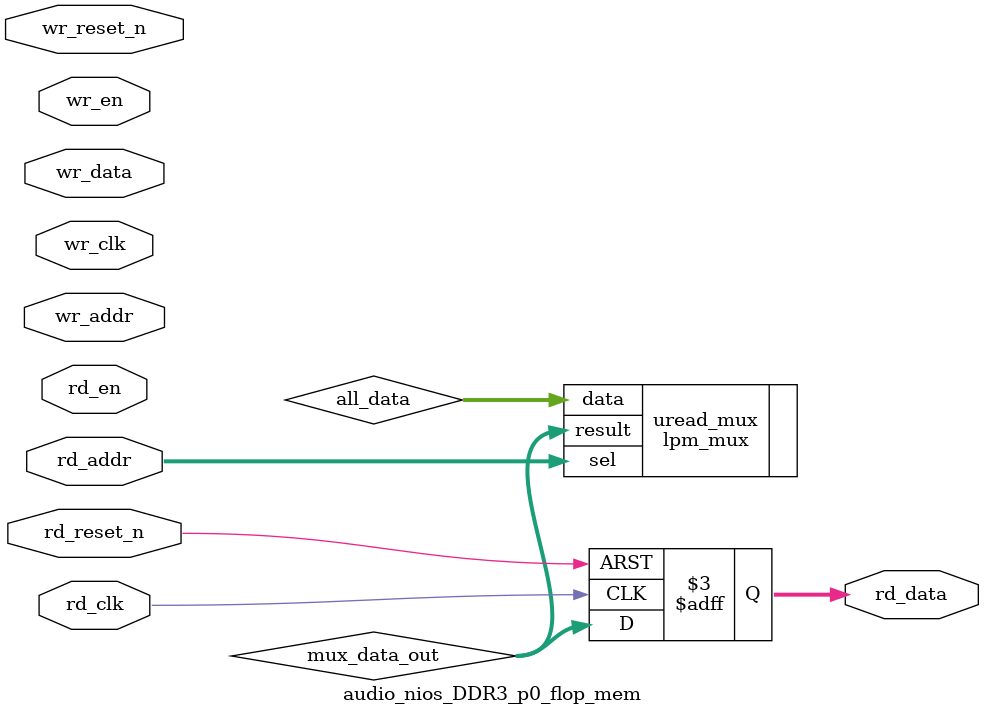
<source format=v>



`timescale 1 ps / 1 ps

(* altera_attribute = "-name ALLOW_SYNCH_CTRL_USAGE ON;-name AUTO_CLOCK_ENABLE_RECOGNITION ON" *)
module audio_nios_DDR3_p0_flop_mem(
	wr_reset_n,
	wr_clk,
	wr_en,
	wr_addr,
	wr_data,
	rd_reset_n,
	rd_clk,
	rd_en,
	rd_addr,
	rd_data
);

parameter WRITE_MEM_DEPTH	= "";
parameter WRITE_ADDR_WIDTH	= "";
parameter WRITE_DATA_WIDTH	= "";
parameter READ_MEM_DEPTH	= "";
parameter READ_ADDR_WIDTH	= "";		 
parameter READ_DATA_WIDTH	= "";


input	wr_reset_n;
input	wr_clk;
input	wr_en;
input	[WRITE_ADDR_WIDTH-1:0] wr_addr;
input	[WRITE_DATA_WIDTH-1:0] wr_data;
input	rd_reset_n;
input	rd_clk;
input	rd_en;
input	[READ_ADDR_WIDTH-1:0] rd_addr;
output	[READ_DATA_WIDTH-1:0] rd_data;



wire	[WRITE_DATA_WIDTH*WRITE_MEM_DEPTH-1:0] all_data;
wire	[READ_DATA_WIDTH-1:0] mux_data_out;



// declare a memory with WRITE_MEM_DEPTH entries
// each entry contains a data size of WRITE_DATA_WIDTH
reg	[WRITE_DATA_WIDTH-1:0] data_stored [0:WRITE_MEM_DEPTH-1] /* synthesis syn_preserve = 1 */;
reg	[READ_DATA_WIDTH-1:0] rd_data;

generate
genvar entry;
	for (entry=0; entry < WRITE_MEM_DEPTH; entry=entry+1)
	begin: mem_location
		assign all_data[(WRITE_DATA_WIDTH*(entry+1)-1) : (WRITE_DATA_WIDTH*entry)] = data_stored[entry]; 
		
		always @(posedge wr_clk or negedge wr_reset_n)
		begin
			if (~wr_reset_n) begin
				data_stored[entry] <= {WRITE_DATA_WIDTH{1'b0}};
			end else begin
				if (wr_en) begin
					if (entry == wr_addr) begin
						data_stored[entry] <= wr_data;
					end
				end
			end
		end		
	end
endgenerate

// mux to select the correct output data based on read address
lpm_mux	uread_mux(
	.sel (rd_addr),
	.data (all_data),
	.result (mux_data_out)
	// synopsys translate_off
	,
	.aclr (),
	.clken (),
	.clock ()
	// synopsys translate_on
	);
 defparam uread_mux.lpm_size = READ_MEM_DEPTH;
 defparam uread_mux.lpm_type = "LPM_MUX";
 defparam uread_mux.lpm_width = READ_DATA_WIDTH;
 defparam uread_mux.lpm_widths = READ_ADDR_WIDTH;

always @(posedge rd_clk or negedge rd_reset_n)	
begin
	if (~rd_reset_n) begin
		rd_data <= {READ_DATA_WIDTH{1'b0}};
	end else begin
		rd_data <= mux_data_out;
	end
end

endmodule

</source>
